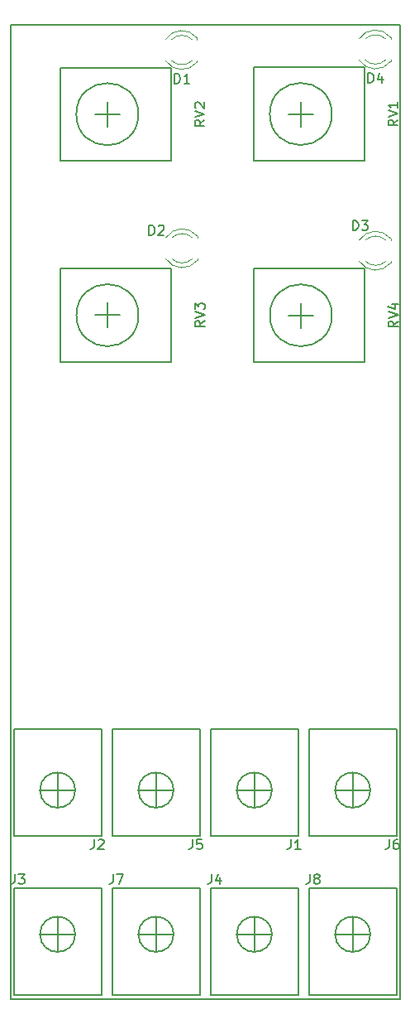
<source format=gbr>
G04 #@! TF.GenerationSoftware,KiCad,Pcbnew,(5.1.9)-1*
G04 #@! TF.CreationDate,2021-03-20T12:47:07+00:00*
G04 #@! TF.ProjectId,board v2,626f6172-6420-4763-922e-6b696361645f,rev?*
G04 #@! TF.SameCoordinates,Original*
G04 #@! TF.FileFunction,Legend,Top*
G04 #@! TF.FilePolarity,Positive*
%FSLAX46Y46*%
G04 Gerber Fmt 4.6, Leading zero omitted, Abs format (unit mm)*
G04 Created by KiCad (PCBNEW (5.1.9)-1) date 2021-03-20 12:47:07*
%MOMM*%
%LPD*%
G01*
G04 APERTURE LIST*
G04 #@! TA.AperFunction,Profile*
%ADD10C,0.150000*%
G04 #@! TD*
%ADD11C,0.120000*%
%ADD12C,0.150000*%
G04 APERTURE END LIST*
D10*
X57658000Y-12700000D02*
X17780000Y-12700000D01*
X57658000Y-112268000D02*
X57658000Y-12700000D01*
X17780000Y-112268000D02*
X57658000Y-112268000D01*
X17780000Y-12700000D02*
X17780000Y-112268000D01*
D11*
G04 #@! TO.C,D1*
X36890000Y-14220000D02*
X36890000Y-14064000D01*
X36890000Y-16536000D02*
X36890000Y-16380000D01*
X33657665Y-16378608D02*
G75*
G03*
X36890000Y-16535516I1672335J1078608D01*
G01*
X33657665Y-14221392D02*
G75*
G02*
X36890000Y-14064484I1672335J-1078608D01*
G01*
X34288870Y-16379837D02*
G75*
G03*
X36370961Y-16380000I1041130J1079837D01*
G01*
X34288870Y-14220163D02*
G75*
G02*
X36370961Y-14220000I1041130J-1079837D01*
G01*
G04 #@! TO.C,D2*
X36920000Y-36796000D02*
X36920000Y-36640000D01*
X36920000Y-34480000D02*
X36920000Y-34324000D01*
X34318870Y-34480163D02*
G75*
G02*
X36400961Y-34480000I1041130J-1079837D01*
G01*
X34318870Y-36639837D02*
G75*
G03*
X36400961Y-36640000I1041130J1079837D01*
G01*
X33687665Y-34481392D02*
G75*
G02*
X36920000Y-34324484I1672335J-1078608D01*
G01*
X33687665Y-36638608D02*
G75*
G03*
X36920000Y-36795516I1672335J1078608D01*
G01*
G04 #@! TO.C,D3*
X56730000Y-37046000D02*
X56730000Y-36890000D01*
X56730000Y-34730000D02*
X56730000Y-34574000D01*
X54128870Y-34730163D02*
G75*
G02*
X56210961Y-34730000I1041130J-1079837D01*
G01*
X54128870Y-36889837D02*
G75*
G03*
X56210961Y-36890000I1041130J1079837D01*
G01*
X53497665Y-34731392D02*
G75*
G02*
X56730000Y-34574484I1672335J-1078608D01*
G01*
X53497665Y-36888608D02*
G75*
G03*
X56730000Y-37045516I1672335J1078608D01*
G01*
G04 #@! TO.C,D4*
X56710000Y-16476000D02*
X56710000Y-16320000D01*
X56710000Y-14160000D02*
X56710000Y-14004000D01*
X54108870Y-14160163D02*
G75*
G02*
X56190961Y-14160000I1041130J-1079837D01*
G01*
X54108870Y-16319837D02*
G75*
G03*
X56190961Y-16320000I1041130J1079837D01*
G01*
X53477665Y-14161392D02*
G75*
G02*
X56710000Y-14004484I1672335J-1078608D01*
G01*
X53477665Y-16318608D02*
G75*
G03*
X56710000Y-16475516I1672335J1078608D01*
G01*
D12*
G04 #@! TO.C,J1*
X40956666Y-90932000D02*
X44556666Y-90932000D01*
X42756666Y-89132000D02*
X42756666Y-92732000D01*
X44556666Y-90932000D02*
G75*
G03*
X44556666Y-90932000I-1800000J0D01*
G01*
X47256666Y-84732000D02*
X47256666Y-95632000D01*
X38256666Y-84732000D02*
X38256666Y-95632000D01*
X38256666Y-95632000D02*
X47256666Y-95632000D01*
X38256666Y-84732000D02*
X47256666Y-84732000D01*
G04 #@! TO.C,J2*
X18106000Y-84732000D02*
X27106000Y-84732000D01*
X18106000Y-95632000D02*
X27106000Y-95632000D01*
X18106000Y-84732000D02*
X18106000Y-95632000D01*
X27106000Y-84732000D02*
X27106000Y-95632000D01*
X24406000Y-90932000D02*
G75*
G03*
X24406000Y-90932000I-1800000J0D01*
G01*
X22606000Y-89132000D02*
X22606000Y-92732000D01*
X20806000Y-90932000D02*
X24406000Y-90932000D01*
G04 #@! TO.C,J3*
X24406000Y-105664000D02*
X20806000Y-105664000D01*
X22606000Y-107464000D02*
X22606000Y-103864000D01*
X24406000Y-105664000D02*
G75*
G03*
X24406000Y-105664000I-1800000J0D01*
G01*
X18106000Y-111864000D02*
X18106000Y-100964000D01*
X27106000Y-111864000D02*
X27106000Y-100964000D01*
X27106000Y-100964000D02*
X18106000Y-100964000D01*
X27106000Y-111864000D02*
X18106000Y-111864000D01*
G04 #@! TO.C,J4*
X47256666Y-111864000D02*
X38256666Y-111864000D01*
X47256666Y-100964000D02*
X38256666Y-100964000D01*
X47256666Y-111864000D02*
X47256666Y-100964000D01*
X38256666Y-111864000D02*
X38256666Y-100964000D01*
X44556666Y-105664000D02*
G75*
G03*
X44556666Y-105664000I-1800000J0D01*
G01*
X42756666Y-107464000D02*
X42756666Y-103864000D01*
X44556666Y-105664000D02*
X40956666Y-105664000D01*
G04 #@! TO.C,J5*
X28181333Y-84732000D02*
X37181333Y-84732000D01*
X28181333Y-95632000D02*
X37181333Y-95632000D01*
X28181333Y-84732000D02*
X28181333Y-95632000D01*
X37181333Y-84732000D02*
X37181333Y-95632000D01*
X34481333Y-90932000D02*
G75*
G03*
X34481333Y-90932000I-1800000J0D01*
G01*
X32681333Y-89132000D02*
X32681333Y-92732000D01*
X30881333Y-90932000D02*
X34481333Y-90932000D01*
G04 #@! TO.C,J6*
X51032000Y-90932000D02*
X54632000Y-90932000D01*
X52832000Y-89132000D02*
X52832000Y-92732000D01*
X54632000Y-90932000D02*
G75*
G03*
X54632000Y-90932000I-1800000J0D01*
G01*
X57332000Y-84732000D02*
X57332000Y-95632000D01*
X48332000Y-84732000D02*
X48332000Y-95632000D01*
X48332000Y-95632000D02*
X57332000Y-95632000D01*
X48332000Y-84732000D02*
X57332000Y-84732000D01*
G04 #@! TO.C,J7*
X37181333Y-111864000D02*
X28181333Y-111864000D01*
X37181333Y-100964000D02*
X28181333Y-100964000D01*
X37181333Y-111864000D02*
X37181333Y-100964000D01*
X28181333Y-111864000D02*
X28181333Y-100964000D01*
X34481333Y-105664000D02*
G75*
G03*
X34481333Y-105664000I-1800000J0D01*
G01*
X32681333Y-107464000D02*
X32681333Y-103864000D01*
X34481333Y-105664000D02*
X30881333Y-105664000D01*
G04 #@! TO.C,J8*
X54632000Y-105664000D02*
X51032000Y-105664000D01*
X52832000Y-107464000D02*
X52832000Y-103864000D01*
X54632000Y-105664000D02*
G75*
G03*
X54632000Y-105664000I-1800000J0D01*
G01*
X48332000Y-111864000D02*
X48332000Y-100964000D01*
X57332000Y-111864000D02*
X57332000Y-100964000D01*
X57332000Y-100964000D02*
X48332000Y-100964000D01*
X57332000Y-111864000D02*
X48332000Y-111864000D01*
G04 #@! TO.C,RV1*
X47511223Y-23107319D02*
X47511223Y-20567319D01*
X46241223Y-21837319D02*
X48781223Y-21837319D01*
X50686223Y-21837319D02*
G75*
G03*
X50686223Y-21837319I-3175000J0D01*
G01*
X42661223Y-26587319D02*
X54011223Y-26587319D01*
X42661223Y-17087319D02*
X54011223Y-17087319D01*
X54011223Y-26587319D02*
X54011223Y-17087319D01*
X42661223Y-26587319D02*
X42661223Y-17087319D01*
G04 #@! TO.C,RV2*
X22843832Y-26608377D02*
X22843832Y-17108377D01*
X34193832Y-26608377D02*
X34193832Y-17108377D01*
X22843832Y-17108377D02*
X34193832Y-17108377D01*
X22843832Y-26608377D02*
X34193832Y-26608377D01*
X30868832Y-21858377D02*
G75*
G03*
X30868832Y-21858377I-3175000J0D01*
G01*
X26423832Y-21858377D02*
X28963832Y-21858377D01*
X27693832Y-23128377D02*
X27693832Y-20588377D01*
G04 #@! TO.C,RV3*
X22859078Y-47149704D02*
X22859078Y-37649704D01*
X34209078Y-47149704D02*
X34209078Y-37649704D01*
X22859078Y-37649704D02*
X34209078Y-37649704D01*
X22859078Y-47149704D02*
X34209078Y-47149704D01*
X30884078Y-42399704D02*
G75*
G03*
X30884078Y-42399704I-3175000J0D01*
G01*
X26439078Y-42399704D02*
X28979078Y-42399704D01*
X27709078Y-43669704D02*
X27709078Y-41129704D01*
G04 #@! TO.C,RV4*
X47522000Y-43682000D02*
X47522000Y-41142000D01*
X46252000Y-42412000D02*
X48792000Y-42412000D01*
X50697000Y-42412000D02*
G75*
G03*
X50697000Y-42412000I-3175000J0D01*
G01*
X42672000Y-47162000D02*
X54022000Y-47162000D01*
X42672000Y-37662000D02*
X54022000Y-37662000D01*
X54022000Y-47162000D02*
X54022000Y-37662000D01*
X42672000Y-47162000D02*
X42672000Y-37662000D01*
G04 #@! TD*
G04 #@! TO.C,D1*
X34591904Y-18712380D02*
X34591904Y-17712380D01*
X34830000Y-17712380D01*
X34972857Y-17760000D01*
X35068095Y-17855238D01*
X35115714Y-17950476D01*
X35163333Y-18140952D01*
X35163333Y-18283809D01*
X35115714Y-18474285D01*
X35068095Y-18569523D01*
X34972857Y-18664761D01*
X34830000Y-18712380D01*
X34591904Y-18712380D01*
X36115714Y-18712380D02*
X35544285Y-18712380D01*
X35830000Y-18712380D02*
X35830000Y-17712380D01*
X35734761Y-17855238D01*
X35639523Y-17950476D01*
X35544285Y-17998095D01*
G04 #@! TO.C,D2*
X31971904Y-34202380D02*
X31971904Y-33202380D01*
X32210000Y-33202380D01*
X32352857Y-33250000D01*
X32448095Y-33345238D01*
X32495714Y-33440476D01*
X32543333Y-33630952D01*
X32543333Y-33773809D01*
X32495714Y-33964285D01*
X32448095Y-34059523D01*
X32352857Y-34154761D01*
X32210000Y-34202380D01*
X31971904Y-34202380D01*
X32924285Y-33297619D02*
X32971904Y-33250000D01*
X33067142Y-33202380D01*
X33305238Y-33202380D01*
X33400476Y-33250000D01*
X33448095Y-33297619D01*
X33495714Y-33392857D01*
X33495714Y-33488095D01*
X33448095Y-33630952D01*
X32876666Y-34202380D01*
X33495714Y-34202380D01*
G04 #@! TO.C,D3*
X52841904Y-33712380D02*
X52841904Y-32712380D01*
X53080000Y-32712380D01*
X53222857Y-32760000D01*
X53318095Y-32855238D01*
X53365714Y-32950476D01*
X53413333Y-33140952D01*
X53413333Y-33283809D01*
X53365714Y-33474285D01*
X53318095Y-33569523D01*
X53222857Y-33664761D01*
X53080000Y-33712380D01*
X52841904Y-33712380D01*
X53746666Y-32712380D02*
X54365714Y-32712380D01*
X54032380Y-33093333D01*
X54175238Y-33093333D01*
X54270476Y-33140952D01*
X54318095Y-33188571D01*
X54365714Y-33283809D01*
X54365714Y-33521904D01*
X54318095Y-33617142D01*
X54270476Y-33664761D01*
X54175238Y-33712380D01*
X53889523Y-33712380D01*
X53794285Y-33664761D01*
X53746666Y-33617142D01*
G04 #@! TO.C,D4*
X54411904Y-18652380D02*
X54411904Y-17652380D01*
X54650000Y-17652380D01*
X54792857Y-17700000D01*
X54888095Y-17795238D01*
X54935714Y-17890476D01*
X54983333Y-18080952D01*
X54983333Y-18223809D01*
X54935714Y-18414285D01*
X54888095Y-18509523D01*
X54792857Y-18604761D01*
X54650000Y-18652380D01*
X54411904Y-18652380D01*
X55840476Y-17985714D02*
X55840476Y-18652380D01*
X55602380Y-17604761D02*
X55364285Y-18319047D01*
X55983333Y-18319047D01*
G04 #@! TO.C,J1*
X46487332Y-95972380D02*
X46487332Y-96686666D01*
X46439713Y-96829523D01*
X46344475Y-96924761D01*
X46201618Y-96972380D01*
X46106380Y-96972380D01*
X47487332Y-96972380D02*
X46915904Y-96972380D01*
X47201618Y-96972380D02*
X47201618Y-95972380D01*
X47106380Y-96115238D01*
X47011142Y-96210476D01*
X46915904Y-96258095D01*
G04 #@! TO.C,J2*
X26336666Y-95972380D02*
X26336666Y-96686666D01*
X26289047Y-96829523D01*
X26193809Y-96924761D01*
X26050952Y-96972380D01*
X25955714Y-96972380D01*
X26765238Y-96067619D02*
X26812857Y-96020000D01*
X26908095Y-95972380D01*
X27146190Y-95972380D01*
X27241428Y-96020000D01*
X27289047Y-96067619D01*
X27336666Y-96162857D01*
X27336666Y-96258095D01*
X27289047Y-96400952D01*
X26717619Y-96972380D01*
X27336666Y-96972380D01*
G04 #@! TO.C,J3*
X18208666Y-99528380D02*
X18208666Y-100242666D01*
X18161047Y-100385523D01*
X18065809Y-100480761D01*
X17922952Y-100528380D01*
X17827714Y-100528380D01*
X18589619Y-99528380D02*
X19208666Y-99528380D01*
X18875333Y-99909333D01*
X19018190Y-99909333D01*
X19113428Y-99956952D01*
X19161047Y-100004571D01*
X19208666Y-100099809D01*
X19208666Y-100337904D01*
X19161047Y-100433142D01*
X19113428Y-100480761D01*
X19018190Y-100528380D01*
X18732476Y-100528380D01*
X18637238Y-100480761D01*
X18589619Y-100433142D01*
G04 #@! TO.C,J4*
X38359332Y-99528380D02*
X38359332Y-100242666D01*
X38311713Y-100385523D01*
X38216475Y-100480761D01*
X38073618Y-100528380D01*
X37978380Y-100528380D01*
X39264094Y-99861714D02*
X39264094Y-100528380D01*
X39025999Y-99480761D02*
X38787904Y-100195047D01*
X39406951Y-100195047D01*
G04 #@! TO.C,J5*
X36411999Y-95972380D02*
X36411999Y-96686666D01*
X36364380Y-96829523D01*
X36269142Y-96924761D01*
X36126285Y-96972380D01*
X36031047Y-96972380D01*
X37364380Y-95972380D02*
X36888190Y-95972380D01*
X36840571Y-96448571D01*
X36888190Y-96400952D01*
X36983428Y-96353333D01*
X37221523Y-96353333D01*
X37316761Y-96400952D01*
X37364380Y-96448571D01*
X37411999Y-96543809D01*
X37411999Y-96781904D01*
X37364380Y-96877142D01*
X37316761Y-96924761D01*
X37221523Y-96972380D01*
X36983428Y-96972380D01*
X36888190Y-96924761D01*
X36840571Y-96877142D01*
G04 #@! TO.C,J6*
X56562666Y-95972380D02*
X56562666Y-96686666D01*
X56515047Y-96829523D01*
X56419809Y-96924761D01*
X56276952Y-96972380D01*
X56181714Y-96972380D01*
X57467428Y-95972380D02*
X57276952Y-95972380D01*
X57181714Y-96020000D01*
X57134095Y-96067619D01*
X57038857Y-96210476D01*
X56991238Y-96400952D01*
X56991238Y-96781904D01*
X57038857Y-96877142D01*
X57086476Y-96924761D01*
X57181714Y-96972380D01*
X57372190Y-96972380D01*
X57467428Y-96924761D01*
X57515047Y-96877142D01*
X57562666Y-96781904D01*
X57562666Y-96543809D01*
X57515047Y-96448571D01*
X57467428Y-96400952D01*
X57372190Y-96353333D01*
X57181714Y-96353333D01*
X57086476Y-96400952D01*
X57038857Y-96448571D01*
X56991238Y-96543809D01*
G04 #@! TO.C,J7*
X28283999Y-99528380D02*
X28283999Y-100242666D01*
X28236380Y-100385523D01*
X28141142Y-100480761D01*
X27998285Y-100528380D01*
X27903047Y-100528380D01*
X28664952Y-99528380D02*
X29331618Y-99528380D01*
X28903047Y-100528380D01*
G04 #@! TO.C,J8*
X48434666Y-99528380D02*
X48434666Y-100242666D01*
X48387047Y-100385523D01*
X48291809Y-100480761D01*
X48148952Y-100528380D01*
X48053714Y-100528380D01*
X49053714Y-99956952D02*
X48958476Y-99909333D01*
X48910857Y-99861714D01*
X48863238Y-99766476D01*
X48863238Y-99718857D01*
X48910857Y-99623619D01*
X48958476Y-99576000D01*
X49053714Y-99528380D01*
X49244190Y-99528380D01*
X49339428Y-99576000D01*
X49387047Y-99623619D01*
X49434666Y-99718857D01*
X49434666Y-99766476D01*
X49387047Y-99861714D01*
X49339428Y-99909333D01*
X49244190Y-99956952D01*
X49053714Y-99956952D01*
X48958476Y-100004571D01*
X48910857Y-100052190D01*
X48863238Y-100147428D01*
X48863238Y-100337904D01*
X48910857Y-100433142D01*
X48958476Y-100480761D01*
X49053714Y-100528380D01*
X49244190Y-100528380D01*
X49339428Y-100480761D01*
X49387047Y-100433142D01*
X49434666Y-100337904D01*
X49434666Y-100147428D01*
X49387047Y-100052190D01*
X49339428Y-100004571D01*
X49244190Y-99956952D01*
G04 #@! TO.C,RV1*
X57463603Y-22432557D02*
X56987413Y-22765890D01*
X57463603Y-23003985D02*
X56463603Y-23003985D01*
X56463603Y-22623033D01*
X56511223Y-22527795D01*
X56558842Y-22480176D01*
X56654080Y-22432557D01*
X56796937Y-22432557D01*
X56892175Y-22480176D01*
X56939794Y-22527795D01*
X56987413Y-22623033D01*
X56987413Y-23003985D01*
X56463603Y-22146842D02*
X57463603Y-21813509D01*
X56463603Y-21480176D01*
X57463603Y-20623033D02*
X57463603Y-21194461D01*
X57463603Y-20908747D02*
X56463603Y-20908747D01*
X56606461Y-21003985D01*
X56701699Y-21099223D01*
X56749318Y-21194461D01*
G04 #@! TO.C,RV2*
X37646212Y-22453615D02*
X37170022Y-22786948D01*
X37646212Y-23025043D02*
X36646212Y-23025043D01*
X36646212Y-22644091D01*
X36693832Y-22548853D01*
X36741451Y-22501234D01*
X36836689Y-22453615D01*
X36979546Y-22453615D01*
X37074784Y-22501234D01*
X37122403Y-22548853D01*
X37170022Y-22644091D01*
X37170022Y-23025043D01*
X36646212Y-22167900D02*
X37646212Y-21834567D01*
X36646212Y-21501234D01*
X36741451Y-21215519D02*
X36693832Y-21167900D01*
X36646212Y-21072662D01*
X36646212Y-20834567D01*
X36693832Y-20739329D01*
X36741451Y-20691710D01*
X36836689Y-20644091D01*
X36931927Y-20644091D01*
X37074784Y-20691710D01*
X37646212Y-21263138D01*
X37646212Y-20644091D01*
G04 #@! TO.C,RV3*
X37661458Y-42994942D02*
X37185268Y-43328275D01*
X37661458Y-43566370D02*
X36661458Y-43566370D01*
X36661458Y-43185418D01*
X36709078Y-43090180D01*
X36756697Y-43042561D01*
X36851935Y-42994942D01*
X36994792Y-42994942D01*
X37090030Y-43042561D01*
X37137649Y-43090180D01*
X37185268Y-43185418D01*
X37185268Y-43566370D01*
X36661458Y-42709227D02*
X37661458Y-42375894D01*
X36661458Y-42042561D01*
X36661458Y-41804465D02*
X36661458Y-41185418D01*
X37042411Y-41518751D01*
X37042411Y-41375894D01*
X37090030Y-41280656D01*
X37137649Y-41233037D01*
X37232887Y-41185418D01*
X37470982Y-41185418D01*
X37566220Y-41233037D01*
X37613839Y-41280656D01*
X37661458Y-41375894D01*
X37661458Y-41661608D01*
X37613839Y-41756846D01*
X37566220Y-41804465D01*
G04 #@! TO.C,RV4*
X57474380Y-43007238D02*
X56998190Y-43340571D01*
X57474380Y-43578666D02*
X56474380Y-43578666D01*
X56474380Y-43197714D01*
X56522000Y-43102476D01*
X56569619Y-43054857D01*
X56664857Y-43007238D01*
X56807714Y-43007238D01*
X56902952Y-43054857D01*
X56950571Y-43102476D01*
X56998190Y-43197714D01*
X56998190Y-43578666D01*
X56474380Y-42721523D02*
X57474380Y-42388190D01*
X56474380Y-42054857D01*
X56807714Y-41292952D02*
X57474380Y-41292952D01*
X56426761Y-41531047D02*
X57141047Y-41769142D01*
X57141047Y-41150095D01*
G04 #@! TD*
M02*

</source>
